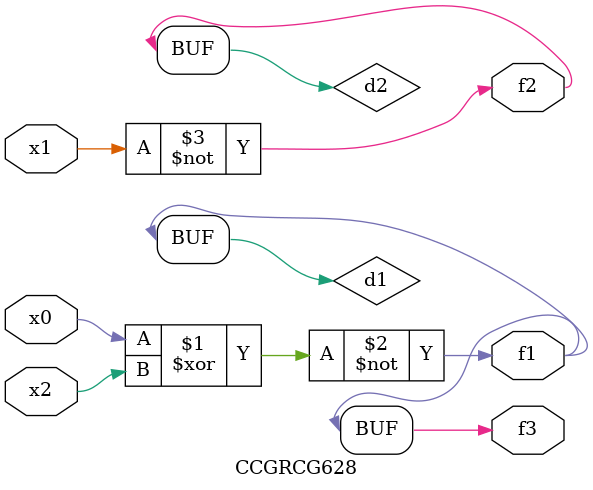
<source format=v>
module CCGRCG628(
	input x0, x1, x2,
	output f1, f2, f3
);

	wire d1, d2, d3;

	xnor (d1, x0, x2);
	nand (d2, x1);
	nor (d3, x1, x2);
	assign f1 = d1;
	assign f2 = d2;
	assign f3 = d1;
endmodule

</source>
